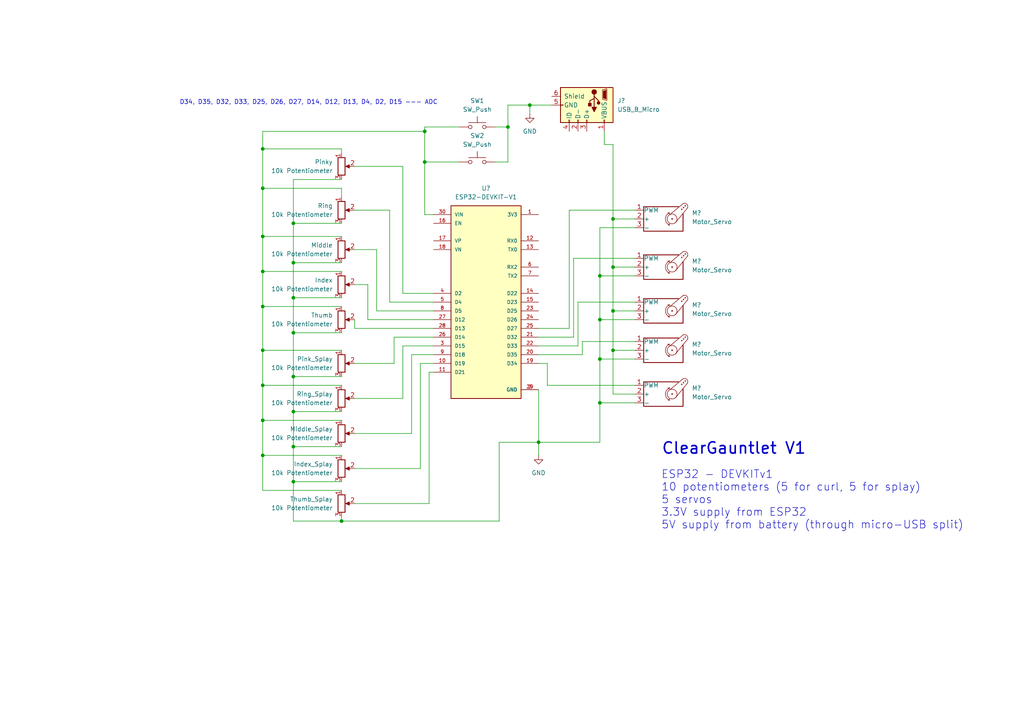
<source format=kicad_sch>
(kicad_sch (version 20211123) (generator eeschema)

  (uuid 6d3be174-7424-40c7-bfbd-f1ef96315a3a)

  (paper "A4")

  (lib_symbols
    (symbol "Connector:USB_B_Micro" (pin_names (offset 1.016)) (in_bom yes) (on_board yes)
      (property "Reference" "J" (id 0) (at -5.08 11.43 0)
        (effects (font (size 1.27 1.27)) (justify left))
      )
      (property "Value" "USB_B_Micro" (id 1) (at -5.08 8.89 0)
        (effects (font (size 1.27 1.27)) (justify left))
      )
      (property "Footprint" "" (id 2) (at 3.81 -1.27 0)
        (effects (font (size 1.27 1.27)) hide)
      )
      (property "Datasheet" "~" (id 3) (at 3.81 -1.27 0)
        (effects (font (size 1.27 1.27)) hide)
      )
      (property "ki_keywords" "connector USB micro" (id 4) (at 0 0 0)
        (effects (font (size 1.27 1.27)) hide)
      )
      (property "ki_description" "USB Micro Type B connector" (id 5) (at 0 0 0)
        (effects (font (size 1.27 1.27)) hide)
      )
      (property "ki_fp_filters" "USB*" (id 6) (at 0 0 0)
        (effects (font (size 1.27 1.27)) hide)
      )
      (symbol "USB_B_Micro_0_1"
        (rectangle (start -5.08 -7.62) (end 5.08 7.62)
          (stroke (width 0.254) (type default) (color 0 0 0 0))
          (fill (type background))
        )
        (circle (center -3.81 2.159) (radius 0.635)
          (stroke (width 0.254) (type default) (color 0 0 0 0))
          (fill (type outline))
        )
        (circle (center -0.635 3.429) (radius 0.381)
          (stroke (width 0.254) (type default) (color 0 0 0 0))
          (fill (type outline))
        )
        (rectangle (start -0.127 -7.62) (end 0.127 -6.858)
          (stroke (width 0) (type default) (color 0 0 0 0))
          (fill (type none))
        )
        (polyline
          (pts
            (xy -1.905 2.159)
            (xy 0.635 2.159)
          )
          (stroke (width 0.254) (type default) (color 0 0 0 0))
          (fill (type none))
        )
        (polyline
          (pts
            (xy -3.175 2.159)
            (xy -2.54 2.159)
            (xy -1.27 3.429)
            (xy -0.635 3.429)
          )
          (stroke (width 0.254) (type default) (color 0 0 0 0))
          (fill (type none))
        )
        (polyline
          (pts
            (xy -2.54 2.159)
            (xy -1.905 2.159)
            (xy -1.27 0.889)
            (xy 0 0.889)
          )
          (stroke (width 0.254) (type default) (color 0 0 0 0))
          (fill (type none))
        )
        (polyline
          (pts
            (xy 0.635 2.794)
            (xy 0.635 1.524)
            (xy 1.905 2.159)
            (xy 0.635 2.794)
          )
          (stroke (width 0.254) (type default) (color 0 0 0 0))
          (fill (type outline))
        )
        (polyline
          (pts
            (xy -4.318 5.588)
            (xy -1.778 5.588)
            (xy -2.032 4.826)
            (xy -4.064 4.826)
            (xy -4.318 5.588)
          )
          (stroke (width 0) (type default) (color 0 0 0 0))
          (fill (type outline))
        )
        (polyline
          (pts
            (xy -4.699 5.842)
            (xy -4.699 5.588)
            (xy -4.445 4.826)
            (xy -4.445 4.572)
            (xy -1.651 4.572)
            (xy -1.651 4.826)
            (xy -1.397 5.588)
            (xy -1.397 5.842)
            (xy -4.699 5.842)
          )
          (stroke (width 0) (type default) (color 0 0 0 0))
          (fill (type none))
        )
        (rectangle (start 0.254 1.27) (end -0.508 0.508)
          (stroke (width 0.254) (type default) (color 0 0 0 0))
          (fill (type outline))
        )
        (rectangle (start 5.08 -5.207) (end 4.318 -4.953)
          (stroke (width 0) (type default) (color 0 0 0 0))
          (fill (type none))
        )
        (rectangle (start 5.08 -2.667) (end 4.318 -2.413)
          (stroke (width 0) (type default) (color 0 0 0 0))
          (fill (type none))
        )
        (rectangle (start 5.08 -0.127) (end 4.318 0.127)
          (stroke (width 0) (type default) (color 0 0 0 0))
          (fill (type none))
        )
        (rectangle (start 5.08 4.953) (end 4.318 5.207)
          (stroke (width 0) (type default) (color 0 0 0 0))
          (fill (type none))
        )
      )
      (symbol "USB_B_Micro_1_1"
        (pin power_out line (at 7.62 5.08 180) (length 2.54)
          (name "VBUS" (effects (font (size 1.27 1.27))))
          (number "1" (effects (font (size 1.27 1.27))))
        )
        (pin bidirectional line (at 7.62 -2.54 180) (length 2.54)
          (name "D-" (effects (font (size 1.27 1.27))))
          (number "2" (effects (font (size 1.27 1.27))))
        )
        (pin bidirectional line (at 7.62 0 180) (length 2.54)
          (name "D+" (effects (font (size 1.27 1.27))))
          (number "3" (effects (font (size 1.27 1.27))))
        )
        (pin passive line (at 7.62 -5.08 180) (length 2.54)
          (name "ID" (effects (font (size 1.27 1.27))))
          (number "4" (effects (font (size 1.27 1.27))))
        )
        (pin power_out line (at 0 -10.16 90) (length 2.54)
          (name "GND" (effects (font (size 1.27 1.27))))
          (number "5" (effects (font (size 1.27 1.27))))
        )
        (pin passive line (at -2.54 -10.16 90) (length 2.54)
          (name "Shield" (effects (font (size 1.27 1.27))))
          (number "6" (effects (font (size 1.27 1.27))))
        )
      )
    )
    (symbol "Device:R_Potentiometer" (pin_names (offset 1.016) hide) (in_bom yes) (on_board yes)
      (property "Reference" "RV" (id 0) (at -4.445 0 90)
        (effects (font (size 1.27 1.27)))
      )
      (property "Value" "R_Potentiometer" (id 1) (at -2.54 0 90)
        (effects (font (size 1.27 1.27)))
      )
      (property "Footprint" "" (id 2) (at 0 0 0)
        (effects (font (size 1.27 1.27)) hide)
      )
      (property "Datasheet" "~" (id 3) (at 0 0 0)
        (effects (font (size 1.27 1.27)) hide)
      )
      (property "ki_keywords" "resistor variable" (id 4) (at 0 0 0)
        (effects (font (size 1.27 1.27)) hide)
      )
      (property "ki_description" "Potentiometer" (id 5) (at 0 0 0)
        (effects (font (size 1.27 1.27)) hide)
      )
      (property "ki_fp_filters" "Potentiometer*" (id 6) (at 0 0 0)
        (effects (font (size 1.27 1.27)) hide)
      )
      (symbol "R_Potentiometer_0_1"
        (polyline
          (pts
            (xy 2.54 0)
            (xy 1.524 0)
          )
          (stroke (width 0) (type default) (color 0 0 0 0))
          (fill (type none))
        )
        (polyline
          (pts
            (xy 1.143 0)
            (xy 2.286 0.508)
            (xy 2.286 -0.508)
            (xy 1.143 0)
          )
          (stroke (width 0) (type default) (color 0 0 0 0))
          (fill (type outline))
        )
        (rectangle (start 1.016 2.54) (end -1.016 -2.54)
          (stroke (width 0.254) (type default) (color 0 0 0 0))
          (fill (type none))
        )
      )
      (symbol "R_Potentiometer_1_1"
        (pin passive line (at 0 3.81 270) (length 1.27)
          (name "1" (effects (font (size 1.27 1.27))))
          (number "1" (effects (font (size 1.27 1.27))))
        )
        (pin passive line (at 3.81 0 180) (length 1.27)
          (name "2" (effects (font (size 1.27 1.27))))
          (number "2" (effects (font (size 1.27 1.27))))
        )
        (pin passive line (at 0 -3.81 90) (length 1.27)
          (name "3" (effects (font (size 1.27 1.27))))
          (number "3" (effects (font (size 1.27 1.27))))
        )
      )
    )
    (symbol "ESP32-DEVKIT-V1:ESP32-DEVKIT-V1" (pin_names (offset 1.016)) (in_bom yes) (on_board yes)
      (property "Reference" "U" (id 0) (at -10.16 30.48 0)
        (effects (font (size 1.27 1.27)) (justify left bottom))
      )
      (property "Value" "ESP32-DEVKIT-V1" (id 1) (at -10.16 -30.48 0)
        (effects (font (size 1.27 1.27)) (justify left bottom))
      )
      (property "Footprint" "MODULE_ESP32_DEVKIT_V1" (id 2) (at 0 0 0)
        (effects (font (size 1.27 1.27)) (justify left bottom) hide)
      )
      (property "Datasheet" "" (id 3) (at 0 0 0)
        (effects (font (size 1.27 1.27)) (justify left bottom) hide)
      )
      (property "PARTREV" "N/A" (id 4) (at 0 0 0)
        (effects (font (size 1.27 1.27)) (justify left bottom) hide)
      )
      (property "MAXIMUM_PACKAGE_HEIGHT" "6.8 mm" (id 5) (at 0 0 0)
        (effects (font (size 1.27 1.27)) (justify left bottom) hide)
      )
      (property "STANDARD" "Manufacturer Recommendations" (id 6) (at 0 0 0)
        (effects (font (size 1.27 1.27)) (justify left bottom) hide)
      )
      (property "MANUFACTURER" "DOIT" (id 7) (at 0 0 0)
        (effects (font (size 1.27 1.27)) (justify left bottom) hide)
      )
      (property "ki_locked" "" (id 8) (at 0 0 0)
        (effects (font (size 1.27 1.27)))
      )
      (symbol "ESP32-DEVKIT-V1_0_0"
        (rectangle (start -10.16 -27.94) (end 10.16 27.94)
          (stroke (width 0.254) (type default) (color 0 0 0 0))
          (fill (type background))
        )
        (pin output line (at 15.24 25.4 180) (length 5.08)
          (name "3V3" (effects (font (size 1.016 1.016))))
          (number "1" (effects (font (size 1.016 1.016))))
        )
        (pin bidirectional line (at -15.24 -17.78 0) (length 5.08)
          (name "D19" (effects (font (size 1.016 1.016))))
          (number "10" (effects (font (size 1.016 1.016))))
        )
        (pin bidirectional line (at -15.24 -20.32 0) (length 5.08)
          (name "D21" (effects (font (size 1.016 1.016))))
          (number "11" (effects (font (size 1.016 1.016))))
        )
        (pin input line (at 15.24 17.78 180) (length 5.08)
          (name "RX0" (effects (font (size 1.016 1.016))))
          (number "12" (effects (font (size 1.016 1.016))))
        )
        (pin output line (at 15.24 15.24 180) (length 5.08)
          (name "TX0" (effects (font (size 1.016 1.016))))
          (number "13" (effects (font (size 1.016 1.016))))
        )
        (pin bidirectional line (at 15.24 2.54 180) (length 5.08)
          (name "D22" (effects (font (size 1.016 1.016))))
          (number "14" (effects (font (size 1.016 1.016))))
        )
        (pin bidirectional line (at 15.24 0 180) (length 5.08)
          (name "D23" (effects (font (size 1.016 1.016))))
          (number "15" (effects (font (size 1.016 1.016))))
        )
        (pin input line (at -15.24 22.86 0) (length 5.08)
          (name "EN" (effects (font (size 1.016 1.016))))
          (number "16" (effects (font (size 1.016 1.016))))
        )
        (pin bidirectional line (at -15.24 17.78 0) (length 5.08)
          (name "VP" (effects (font (size 1.016 1.016))))
          (number "17" (effects (font (size 1.016 1.016))))
        )
        (pin bidirectional line (at -15.24 15.24 0) (length 5.08)
          (name "VN" (effects (font (size 1.016 1.016))))
          (number "18" (effects (font (size 1.016 1.016))))
        )
        (pin bidirectional line (at 15.24 -17.78 180) (length 5.08)
          (name "D34" (effects (font (size 1.016 1.016))))
          (number "19" (effects (font (size 1.016 1.016))))
        )
        (pin power_in line (at 15.24 -25.4 180) (length 5.08)
          (name "GND" (effects (font (size 1.016 1.016))))
          (number "2" (effects (font (size 1.016 1.016))))
        )
        (pin bidirectional line (at 15.24 -15.24 180) (length 5.08)
          (name "D35" (effects (font (size 1.016 1.016))))
          (number "20" (effects (font (size 1.016 1.016))))
        )
        (pin bidirectional line (at 15.24 -10.16 180) (length 5.08)
          (name "D32" (effects (font (size 1.016 1.016))))
          (number "21" (effects (font (size 1.016 1.016))))
        )
        (pin bidirectional line (at 15.24 -12.7 180) (length 5.08)
          (name "D33" (effects (font (size 1.016 1.016))))
          (number "22" (effects (font (size 1.016 1.016))))
        )
        (pin bidirectional line (at 15.24 -2.54 180) (length 5.08)
          (name "D25" (effects (font (size 1.016 1.016))))
          (number "23" (effects (font (size 1.016 1.016))))
        )
        (pin bidirectional line (at 15.24 -5.08 180) (length 5.08)
          (name "D26" (effects (font (size 1.016 1.016))))
          (number "24" (effects (font (size 1.016 1.016))))
        )
        (pin bidirectional line (at 15.24 -7.62 180) (length 5.08)
          (name "D27" (effects (font (size 1.016 1.016))))
          (number "25" (effects (font (size 1.016 1.016))))
        )
        (pin bidirectional line (at -15.24 -10.16 0) (length 5.08)
          (name "D14" (effects (font (size 1.016 1.016))))
          (number "26" (effects (font (size 1.016 1.016))))
        )
        (pin bidirectional line (at -15.24 -5.08 0) (length 5.08)
          (name "D12" (effects (font (size 1.016 1.016))))
          (number "27" (effects (font (size 1.016 1.016))))
        )
        (pin bidirectional line (at -15.24 -7.62 0) (length 5.08)
          (name "D13" (effects (font (size 1.016 1.016))))
          (number "28" (effects (font (size 1.016 1.016))))
        )
        (pin power_in line (at 15.24 -25.4 180) (length 5.08)
          (name "GND" (effects (font (size 1.016 1.016))))
          (number "29" (effects (font (size 1.016 1.016))))
        )
        (pin bidirectional line (at -15.24 -12.7 0) (length 5.08)
          (name "D15" (effects (font (size 1.016 1.016))))
          (number "3" (effects (font (size 1.016 1.016))))
        )
        (pin input line (at -15.24 25.4 0) (length 5.08)
          (name "VIN" (effects (font (size 1.016 1.016))))
          (number "30" (effects (font (size 1.016 1.016))))
        )
        (pin bidirectional line (at -15.24 2.54 0) (length 5.08)
          (name "D2" (effects (font (size 1.016 1.016))))
          (number "4" (effects (font (size 1.016 1.016))))
        )
        (pin bidirectional line (at -15.24 0 0) (length 5.08)
          (name "D4" (effects (font (size 1.016 1.016))))
          (number "5" (effects (font (size 1.016 1.016))))
        )
        (pin input line (at 15.24 10.16 180) (length 5.08)
          (name "RX2" (effects (font (size 1.016 1.016))))
          (number "6" (effects (font (size 1.016 1.016))))
        )
        (pin output line (at 15.24 7.62 180) (length 5.08)
          (name "TX2" (effects (font (size 1.016 1.016))))
          (number "7" (effects (font (size 1.016 1.016))))
        )
        (pin bidirectional line (at -15.24 -2.54 0) (length 5.08)
          (name "D5" (effects (font (size 1.016 1.016))))
          (number "8" (effects (font (size 1.016 1.016))))
        )
        (pin bidirectional line (at -15.24 -15.24 0) (length 5.08)
          (name "D18" (effects (font (size 1.016 1.016))))
          (number "9" (effects (font (size 1.016 1.016))))
        )
      )
    )
    (symbol "Motor:Motor_Servo" (pin_names (offset 0.0254)) (in_bom yes) (on_board yes)
      (property "Reference" "M" (id 0) (at -5.08 4.445 0)
        (effects (font (size 1.27 1.27)) (justify left))
      )
      (property "Value" "Motor_Servo" (id 1) (at -5.08 -4.064 0)
        (effects (font (size 1.27 1.27)) (justify left top))
      )
      (property "Footprint" "" (id 2) (at 0 -4.826 0)
        (effects (font (size 1.27 1.27)) hide)
      )
      (property "Datasheet" "http://forums.parallax.com/uploads/attachments/46831/74481.png" (id 3) (at 0 -4.826 0)
        (effects (font (size 1.27 1.27)) hide)
      )
      (property "ki_keywords" "Servo Motor" (id 4) (at 0 0 0)
        (effects (font (size 1.27 1.27)) hide)
      )
      (property "ki_description" "Servo Motor (Futaba, HiTec, JR connector)" (id 5) (at 0 0 0)
        (effects (font (size 1.27 1.27)) hide)
      )
      (property "ki_fp_filters" "PinHeader*P2.54mm*" (id 6) (at 0 0 0)
        (effects (font (size 1.27 1.27)) hide)
      )
      (symbol "Motor_Servo_0_1"
        (polyline
          (pts
            (xy 2.413 -1.778)
            (xy 2.032 -1.778)
          )
          (stroke (width 0) (type default) (color 0 0 0 0))
          (fill (type none))
        )
        (polyline
          (pts
            (xy 2.413 -1.778)
            (xy 2.286 -1.397)
          )
          (stroke (width 0) (type default) (color 0 0 0 0))
          (fill (type none))
        )
        (polyline
          (pts
            (xy 2.413 1.778)
            (xy 1.905 1.778)
          )
          (stroke (width 0) (type default) (color 0 0 0 0))
          (fill (type none))
        )
        (polyline
          (pts
            (xy 2.413 1.778)
            (xy 2.286 1.397)
          )
          (stroke (width 0) (type default) (color 0 0 0 0))
          (fill (type none))
        )
        (polyline
          (pts
            (xy 6.35 4.445)
            (xy 2.54 1.27)
          )
          (stroke (width 0) (type default) (color 0 0 0 0))
          (fill (type none))
        )
        (polyline
          (pts
            (xy 7.62 3.175)
            (xy 4.191 -1.016)
          )
          (stroke (width 0) (type default) (color 0 0 0 0))
          (fill (type none))
        )
        (polyline
          (pts
            (xy 5.08 3.556)
            (xy -5.08 3.556)
            (xy -5.08 -3.556)
            (xy 6.35 -3.556)
            (xy 6.35 1.524)
          )
          (stroke (width 0.254) (type default) (color 0 0 0 0))
          (fill (type none))
        )
        (arc (start 2.413 1.778) (mid 1.2406 0) (end 2.413 -1.778)
          (stroke (width 0) (type default) (color 0 0 0 0))
          (fill (type none))
        )
        (circle (center 3.175 0) (radius 0.1778)
          (stroke (width 0) (type default) (color 0 0 0 0))
          (fill (type none))
        )
        (circle (center 3.175 0) (radius 1.4224)
          (stroke (width 0) (type default) (color 0 0 0 0))
          (fill (type none))
        )
        (circle (center 5.969 2.794) (radius 0.127)
          (stroke (width 0) (type default) (color 0 0 0 0))
          (fill (type none))
        )
        (circle (center 6.477 3.302) (radius 0.127)
          (stroke (width 0) (type default) (color 0 0 0 0))
          (fill (type none))
        )
        (circle (center 6.985 3.81) (radius 0.127)
          (stroke (width 0) (type default) (color 0 0 0 0))
          (fill (type none))
        )
        (arc (start 7.62 3.175) (mid 7.4485 4.2735) (end 6.35 4.445)
          (stroke (width 0) (type default) (color 0 0 0 0))
          (fill (type none))
        )
      )
      (symbol "Motor_Servo_1_1"
        (pin passive line (at -7.62 2.54 0) (length 2.54)
          (name "PWM" (effects (font (size 1.27 1.27))))
          (number "1" (effects (font (size 1.27 1.27))))
        )
        (pin passive line (at -7.62 0 0) (length 2.54)
          (name "+" (effects (font (size 1.27 1.27))))
          (number "2" (effects (font (size 1.27 1.27))))
        )
        (pin passive line (at -7.62 -2.54 0) (length 2.54)
          (name "-" (effects (font (size 1.27 1.27))))
          (number "3" (effects (font (size 1.27 1.27))))
        )
      )
    )
    (symbol "Switch:SW_Push" (pin_numbers hide) (pin_names (offset 1.016) hide) (in_bom yes) (on_board yes)
      (property "Reference" "SW" (id 0) (at 1.27 2.54 0)
        (effects (font (size 1.27 1.27)) (justify left))
      )
      (property "Value" "SW_Push" (id 1) (at 0 -1.524 0)
        (effects (font (size 1.27 1.27)))
      )
      (property "Footprint" "" (id 2) (at 0 5.08 0)
        (effects (font (size 1.27 1.27)) hide)
      )
      (property "Datasheet" "~" (id 3) (at 0 5.08 0)
        (effects (font (size 1.27 1.27)) hide)
      )
      (property "ki_keywords" "switch normally-open pushbutton push-button" (id 4) (at 0 0 0)
        (effects (font (size 1.27 1.27)) hide)
      )
      (property "ki_description" "Push button switch, generic, two pins" (id 5) (at 0 0 0)
        (effects (font (size 1.27 1.27)) hide)
      )
      (symbol "SW_Push_0_1"
        (circle (center -2.032 0) (radius 0.508)
          (stroke (width 0) (type default) (color 0 0 0 0))
          (fill (type none))
        )
        (polyline
          (pts
            (xy 0 1.27)
            (xy 0 3.048)
          )
          (stroke (width 0) (type default) (color 0 0 0 0))
          (fill (type none))
        )
        (polyline
          (pts
            (xy 2.54 1.27)
            (xy -2.54 1.27)
          )
          (stroke (width 0) (type default) (color 0 0 0 0))
          (fill (type none))
        )
        (circle (center 2.032 0) (radius 0.508)
          (stroke (width 0) (type default) (color 0 0 0 0))
          (fill (type none))
        )
        (pin passive line (at -5.08 0 0) (length 2.54)
          (name "1" (effects (font (size 1.27 1.27))))
          (number "1" (effects (font (size 1.27 1.27))))
        )
        (pin passive line (at 5.08 0 180) (length 2.54)
          (name "2" (effects (font (size 1.27 1.27))))
          (number "2" (effects (font (size 1.27 1.27))))
        )
      )
    )
    (symbol "power:GND" (power) (pin_names (offset 0)) (in_bom yes) (on_board yes)
      (property "Reference" "#PWR" (id 0) (at 0 -6.35 0)
        (effects (font (size 1.27 1.27)) hide)
      )
      (property "Value" "GND" (id 1) (at 0 -3.81 0)
        (effects (font (size 1.27 1.27)))
      )
      (property "Footprint" "" (id 2) (at 0 0 0)
        (effects (font (size 1.27 1.27)) hide)
      )
      (property "Datasheet" "" (id 3) (at 0 0 0)
        (effects (font (size 1.27 1.27)) hide)
      )
      (property "ki_keywords" "power-flag" (id 4) (at 0 0 0)
        (effects (font (size 1.27 1.27)) hide)
      )
      (property "ki_description" "Power symbol creates a global label with name \"GND\" , ground" (id 5) (at 0 0 0)
        (effects (font (size 1.27 1.27)) hide)
      )
      (symbol "GND_0_1"
        (polyline
          (pts
            (xy 0 0)
            (xy 0 -1.27)
            (xy 1.27 -1.27)
            (xy 0 -2.54)
            (xy -1.27 -1.27)
            (xy 0 -1.27)
          )
          (stroke (width 0) (type default) (color 0 0 0 0))
          (fill (type none))
        )
      )
      (symbol "GND_1_1"
        (pin power_in line (at 0 0 270) (length 0) hide
          (name "GND" (effects (font (size 1.27 1.27))))
          (number "1" (effects (font (size 1.27 1.27))))
        )
      )
    )
  )

  (junction (at 173.99 116.84) (diameter 0) (color 0 0 0 0)
    (uuid 00753cbc-f134-4a1a-a0f5-09a6bb4aaa28)
  )
  (junction (at 177.8 77.47) (diameter 0) (color 0 0 0 0)
    (uuid 0a58dea0-a263-41ff-84fa-c18092bd5929)
  )
  (junction (at 76.2 101.6) (diameter 0) (color 0 0 0 0)
    (uuid 0bf960e9-7289-473a-b8f2-7d96fb2cfe27)
  )
  (junction (at 76.2 121.92) (diameter 0) (color 0 0 0 0)
    (uuid 1508143f-7f0f-4254-ab31-3129e91f6c25)
  )
  (junction (at 76.2 54.61) (diameter 0) (color 0 0 0 0)
    (uuid 18e9a75a-62d7-405e-8294-bf368899fd63)
  )
  (junction (at 85.09 76.2) (diameter 0) (color 0 0 0 0)
    (uuid 1ab68df2-b3cc-44b2-b572-4a4ee47978ae)
  )
  (junction (at 76.2 88.9) (diameter 0) (color 0 0 0 0)
    (uuid 278b768b-5fbf-4157-aec1-71c4ed54e5c6)
  )
  (junction (at 99.06 151.13) (diameter 0) (color 0 0 0 0)
    (uuid 3f50c3d6-71ce-4e5c-807e-91412de976b7)
  )
  (junction (at 177.8 63.5) (diameter 0) (color 0 0 0 0)
    (uuid 3fea7d1b-c569-46c5-b3c3-0921d1b25c8d)
  )
  (junction (at 76.2 43.18) (diameter 0) (color 0 0 0 0)
    (uuid 4240760b-4bcf-4bf0-8290-710ff0c8e0d7)
  )
  (junction (at 147.32 36.83) (diameter 0) (color 0 0 0 0)
    (uuid 4734be75-ff54-4178-bfb0-d4853c6fdc76)
  )
  (junction (at 76.2 132.08) (diameter 0) (color 0 0 0 0)
    (uuid 4f03e349-61af-4bfa-8732-76b3e3c4cc7e)
  )
  (junction (at 85.09 64.77) (diameter 0) (color 0 0 0 0)
    (uuid 574fcd62-8ee4-4406-8012-304fde8c3305)
  )
  (junction (at 76.2 78.74) (diameter 0) (color 0 0 0 0)
    (uuid 6139b1b6-4d7e-4087-883a-86b682574bec)
  )
  (junction (at 85.09 86.36) (diameter 0) (color 0 0 0 0)
    (uuid 663ceff0-1e4c-42e7-b249-697790d02a5e)
  )
  (junction (at 85.09 96.52) (diameter 0) (color 0 0 0 0)
    (uuid 73041e46-6e38-4c82-8c56-13b73135bc44)
  )
  (junction (at 85.09 119.38) (diameter 0) (color 0 0 0 0)
    (uuid 775aef1e-98af-46ec-a4de-b5fe4fd3c5fe)
  )
  (junction (at 85.09 139.7) (diameter 0) (color 0 0 0 0)
    (uuid 80470459-64af-4010-8309-0e3ee4b8a17e)
  )
  (junction (at 177.8 101.6) (diameter 0) (color 0 0 0 0)
    (uuid 84d0f17f-e763-476e-a89f-c1de4f225b6f)
  )
  (junction (at 173.99 92.71) (diameter 0) (color 0 0 0 0)
    (uuid 84e6c98a-af15-4362-8f48-37e64ebc6416)
  )
  (junction (at 123.19 46.99) (diameter 0) (color 0 0 0 0)
    (uuid 8bd1b279-bd51-44f0-86fa-5a0c9a4811ee)
  )
  (junction (at 123.19 38.1) (diameter 0) (color 0 0 0 0)
    (uuid b7c52ba3-c7e2-4d25-8ab1-424b3e7b1898)
  )
  (junction (at 76.2 111.76) (diameter 0) (color 0 0 0 0)
    (uuid b9bc629e-67ea-4efc-92c3-2fd6a366271e)
  )
  (junction (at 85.09 109.22) (diameter 0) (color 0 0 0 0)
    (uuid c43fce80-5f79-4530-af2c-7254f094983c)
  )
  (junction (at 156.21 128.27) (diameter 0) (color 0 0 0 0)
    (uuid ca793001-0e8d-4520-9658-72a3fa41cdeb)
  )
  (junction (at 85.09 129.54) (diameter 0) (color 0 0 0 0)
    (uuid cc85e66b-d9fc-4744-91b2-f26561e2905b)
  )
  (junction (at 177.8 90.17) (diameter 0) (color 0 0 0 0)
    (uuid d0b69f52-540c-4b86-ba72-4c7c7f0c1c5c)
  )
  (junction (at 173.99 104.14) (diameter 0) (color 0 0 0 0)
    (uuid d126b066-460f-4f20-9b52-72a5647c831f)
  )
  (junction (at 153.67 30.48) (diameter 0) (color 0 0 0 0)
    (uuid d5c621ce-d6fe-4dc9-a033-9cd428aba787)
  )
  (junction (at 76.2 68.58) (diameter 0) (color 0 0 0 0)
    (uuid e03c9670-f2a5-430f-8a03-75ef625aef85)
  )
  (junction (at 173.99 80.01) (diameter 0) (color 0 0 0 0)
    (uuid f5fdce09-77a3-48d0-a28c-f86cfb08a396)
  )

  (wire (pts (xy 116.84 100.33) (xy 116.84 115.57))
    (stroke (width 0) (type default) (color 0 0 0 0))
    (uuid 00ef8615-f06b-4112-a0e6-3d2340b23511)
  )
  (wire (pts (xy 184.15 111.76) (xy 158.75 111.76))
    (stroke (width 0) (type default) (color 0 0 0 0))
    (uuid 031fb8c5-15cd-4a65-b367-ecf89178e9f9)
  )
  (wire (pts (xy 76.2 38.1) (xy 123.19 38.1))
    (stroke (width 0) (type default) (color 0 0 0 0))
    (uuid 04174fae-ee2b-4eaa-ae5e-1039a04fc02a)
  )
  (wire (pts (xy 85.09 86.36) (xy 99.06 86.36))
    (stroke (width 0) (type default) (color 0 0 0 0))
    (uuid 079a9ac5-8089-493c-aeb8-f895c8b65170)
  )
  (wire (pts (xy 76.2 142.24) (xy 99.06 142.24))
    (stroke (width 0) (type default) (color 0 0 0 0))
    (uuid 080dabbd-d2e6-4ee4-a6cf-d45b9ffc5e08)
  )
  (wire (pts (xy 76.2 121.92) (xy 99.06 121.92))
    (stroke (width 0) (type default) (color 0 0 0 0))
    (uuid 082256cf-79a5-45df-9112-ac76799b2506)
  )
  (wire (pts (xy 116.84 85.09) (xy 125.73 85.09))
    (stroke (width 0) (type default) (color 0 0 0 0))
    (uuid 0adea1a5-0daa-4a97-b8eb-60dfb9dee78f)
  )
  (wire (pts (xy 147.32 36.83) (xy 147.32 30.48))
    (stroke (width 0) (type default) (color 0 0 0 0))
    (uuid 0cceab9c-89d5-469e-b5d9-60ed70336291)
  )
  (wire (pts (xy 158.75 105.41) (xy 156.21 105.41))
    (stroke (width 0) (type default) (color 0 0 0 0))
    (uuid 0e4aba9e-61e9-4773-a1d5-21859d1b6e05)
  )
  (wire (pts (xy 102.87 48.26) (xy 116.84 48.26))
    (stroke (width 0) (type default) (color 0 0 0 0))
    (uuid 0f78ed9b-05d0-4183-837c-ae4287b0b3b3)
  )
  (wire (pts (xy 173.99 116.84) (xy 173.99 128.27))
    (stroke (width 0) (type default) (color 0 0 0 0))
    (uuid 1247076b-c62c-4e8a-96a4-cdb57c721faa)
  )
  (wire (pts (xy 119.38 102.87) (xy 119.38 125.73))
    (stroke (width 0) (type default) (color 0 0 0 0))
    (uuid 12a02781-0e10-4775-b814-29ad632e6e90)
  )
  (wire (pts (xy 85.09 109.22) (xy 99.06 109.22))
    (stroke (width 0) (type default) (color 0 0 0 0))
    (uuid 1b07f0de-91d5-447f-a9df-a24db45d9c67)
  )
  (wire (pts (xy 85.09 139.7) (xy 85.09 151.13))
    (stroke (width 0) (type default) (color 0 0 0 0))
    (uuid 1b59f145-3a02-4b17-91de-136bd37bcb0f)
  )
  (wire (pts (xy 116.84 115.57) (xy 102.87 115.57))
    (stroke (width 0) (type default) (color 0 0 0 0))
    (uuid 1c89231d-955b-4e57-807b-7a9a52e80f8d)
  )
  (wire (pts (xy 184.15 74.93) (xy 166.37 74.93))
    (stroke (width 0) (type default) (color 0 0 0 0))
    (uuid 1df3fe97-a192-4e20-8793-3a8c601c7069)
  )
  (wire (pts (xy 85.09 52.07) (xy 99.06 52.07))
    (stroke (width 0) (type default) (color 0 0 0 0))
    (uuid 1fcb3c18-a01d-4888-a771-8c5941925cec)
  )
  (wire (pts (xy 147.32 36.83) (xy 147.32 46.99))
    (stroke (width 0) (type default) (color 0 0 0 0))
    (uuid 24cd5075-895c-4fad-a1b2-7183bc802087)
  )
  (wire (pts (xy 76.2 78.74) (xy 99.06 78.74))
    (stroke (width 0) (type default) (color 0 0 0 0))
    (uuid 24e2f652-c246-40b2-8570-40b3738b48b1)
  )
  (wire (pts (xy 102.87 92.71) (xy 102.87 95.25))
    (stroke (width 0) (type default) (color 0 0 0 0))
    (uuid 266d0d0f-39bf-4be7-a8f0-d868cac6db7c)
  )
  (wire (pts (xy 106.68 92.71) (xy 125.73 92.71))
    (stroke (width 0) (type default) (color 0 0 0 0))
    (uuid 26e86eb3-b71e-48ec-a405-c07cff3aa93a)
  )
  (wire (pts (xy 85.09 139.7) (xy 99.06 139.7))
    (stroke (width 0) (type default) (color 0 0 0 0))
    (uuid 28f68816-1e07-4186-86c5-de9f64a31090)
  )
  (wire (pts (xy 123.19 38.1) (xy 123.19 46.99))
    (stroke (width 0) (type default) (color 0 0 0 0))
    (uuid 2a9d41a9-dfae-47e6-8b84-38f13846117d)
  )
  (wire (pts (xy 85.09 76.2) (xy 85.09 86.36))
    (stroke (width 0) (type default) (color 0 0 0 0))
    (uuid 2f232642-f070-4a5c-a01a-dcffd8720bd2)
  )
  (wire (pts (xy 184.15 80.01) (xy 173.99 80.01))
    (stroke (width 0) (type default) (color 0 0 0 0))
    (uuid 30dd16fa-cfbd-4437-80b7-907bd86654eb)
  )
  (wire (pts (xy 166.37 74.93) (xy 166.37 97.79))
    (stroke (width 0) (type default) (color 0 0 0 0))
    (uuid 31def1a8-2488-4b04-b5ee-abb587531c5a)
  )
  (wire (pts (xy 165.1 60.96) (xy 165.1 95.25))
    (stroke (width 0) (type default) (color 0 0 0 0))
    (uuid 36d47850-371b-4980-ae4f-eb691ce5e3d8)
  )
  (wire (pts (xy 184.15 60.96) (xy 165.1 60.96))
    (stroke (width 0) (type default) (color 0 0 0 0))
    (uuid 377adab7-1157-418b-92dc-e5151836c9d3)
  )
  (wire (pts (xy 85.09 64.77) (xy 99.06 64.77))
    (stroke (width 0) (type default) (color 0 0 0 0))
    (uuid 37a07544-5981-4b34-93be-c0f2ea5a7511)
  )
  (wire (pts (xy 121.92 105.41) (xy 121.92 135.89))
    (stroke (width 0) (type default) (color 0 0 0 0))
    (uuid 38caedf0-8aed-44eb-8f49-bf8bfe59120f)
  )
  (wire (pts (xy 76.2 38.1) (xy 76.2 43.18))
    (stroke (width 0) (type default) (color 0 0 0 0))
    (uuid 3aee1888-6f11-4c5b-9cea-08a8439f3697)
  )
  (wire (pts (xy 173.99 92.71) (xy 173.99 104.14))
    (stroke (width 0) (type default) (color 0 0 0 0))
    (uuid 42625498-d3b7-48c5-88a9-992eccaee620)
  )
  (wire (pts (xy 99.06 57.15) (xy 99.06 54.61))
    (stroke (width 0) (type default) (color 0 0 0 0))
    (uuid 43c107be-d512-4434-92d8-905ec4543de7)
  )
  (wire (pts (xy 175.26 38.1) (xy 175.26 41.91))
    (stroke (width 0) (type default) (color 0 0 0 0))
    (uuid 46905d20-7a14-4f73-8cef-bf483f1ed071)
  )
  (wire (pts (xy 106.68 82.55) (xy 106.68 92.71))
    (stroke (width 0) (type default) (color 0 0 0 0))
    (uuid 46e6ca1d-4953-4e79-aedc-534bbb0e1830)
  )
  (wire (pts (xy 168.91 99.06) (xy 168.91 102.87))
    (stroke (width 0) (type default) (color 0 0 0 0))
    (uuid 48510232-0c0b-405e-80f0-d41d7a8a482b)
  )
  (wire (pts (xy 85.09 96.52) (xy 85.09 109.22))
    (stroke (width 0) (type default) (color 0 0 0 0))
    (uuid 4b587af7-a24b-41b4-acfe-f710245bc9c7)
  )
  (wire (pts (xy 173.99 104.14) (xy 184.15 104.14))
    (stroke (width 0) (type default) (color 0 0 0 0))
    (uuid 4ba680cd-83de-4711-903d-23249884280c)
  )
  (wire (pts (xy 99.06 88.9) (xy 76.2 88.9))
    (stroke (width 0) (type default) (color 0 0 0 0))
    (uuid 4e205542-fbd6-4419-8c13-fa45fe2df90e)
  )
  (wire (pts (xy 119.38 102.87) (xy 125.73 102.87))
    (stroke (width 0) (type default) (color 0 0 0 0))
    (uuid 4e7713c0-1b54-45e3-9244-b9444cb72068)
  )
  (wire (pts (xy 123.19 46.99) (xy 123.19 62.23))
    (stroke (width 0) (type default) (color 0 0 0 0))
    (uuid 4e7f7c8a-75e5-442f-8dc1-0b4f53bb60ea)
  )
  (wire (pts (xy 144.78 151.13) (xy 144.78 128.27))
    (stroke (width 0) (type default) (color 0 0 0 0))
    (uuid 50b92715-26c2-414a-aa93-9c9b880bcf99)
  )
  (wire (pts (xy 177.8 114.3) (xy 184.15 114.3))
    (stroke (width 0) (type default) (color 0 0 0 0))
    (uuid 553ce722-7398-4407-996c-ce552c175a00)
  )
  (wire (pts (xy 85.09 86.36) (xy 85.09 96.52))
    (stroke (width 0) (type default) (color 0 0 0 0))
    (uuid 554000ae-12fe-4872-8c20-38ba603da6dc)
  )
  (wire (pts (xy 76.2 54.61) (xy 76.2 68.58))
    (stroke (width 0) (type default) (color 0 0 0 0))
    (uuid 5c303751-fefb-4f0f-8b91-b3fbe8504f68)
  )
  (wire (pts (xy 177.8 101.6) (xy 184.15 101.6))
    (stroke (width 0) (type default) (color 0 0 0 0))
    (uuid 5cd0d64b-7496-4d48-9bfc-49d13f5541dc)
  )
  (wire (pts (xy 125.73 100.33) (xy 116.84 100.33))
    (stroke (width 0) (type default) (color 0 0 0 0))
    (uuid 5cda2cf1-74f9-4b88-832d-d6c3e70ec31d)
  )
  (wire (pts (xy 133.35 36.83) (xy 123.19 36.83))
    (stroke (width 0) (type default) (color 0 0 0 0))
    (uuid 5deb0a8b-5a88-481f-a847-eb572134d289)
  )
  (wire (pts (xy 177.8 63.5) (xy 177.8 77.47))
    (stroke (width 0) (type default) (color 0 0 0 0))
    (uuid 649d41ce-4bbb-4e23-a5ee-234353ca1f56)
  )
  (wire (pts (xy 85.09 151.13) (xy 99.06 151.13))
    (stroke (width 0) (type default) (color 0 0 0 0))
    (uuid 6548371d-a9e9-4ea9-9374-372153a4c6a0)
  )
  (wire (pts (xy 124.46 107.95) (xy 125.73 107.95))
    (stroke (width 0) (type default) (color 0 0 0 0))
    (uuid 6568171b-d680-43fb-94a8-779036e678b5)
  )
  (wire (pts (xy 85.09 109.22) (xy 85.09 119.38))
    (stroke (width 0) (type default) (color 0 0 0 0))
    (uuid 67928106-0239-4462-8de2-f6f9c8929c48)
  )
  (wire (pts (xy 156.21 113.03) (xy 156.21 128.27))
    (stroke (width 0) (type default) (color 0 0 0 0))
    (uuid 680dacc6-f16c-48f3-9e2d-127d281c90c7)
  )
  (wire (pts (xy 76.2 43.18) (xy 76.2 54.61))
    (stroke (width 0) (type default) (color 0 0 0 0))
    (uuid 689954f9-d2fd-4789-9943-b51740ccf732)
  )
  (wire (pts (xy 143.51 46.99) (xy 147.32 46.99))
    (stroke (width 0) (type default) (color 0 0 0 0))
    (uuid 68d57b38-cd07-40d4-895e-70929f9142a1)
  )
  (wire (pts (xy 76.2 68.58) (xy 99.06 68.58))
    (stroke (width 0) (type default) (color 0 0 0 0))
    (uuid 68fa5be6-531a-4ee4-99fd-2afc0341ea0f)
  )
  (wire (pts (xy 125.73 97.79) (xy 114.3 97.79))
    (stroke (width 0) (type default) (color 0 0 0 0))
    (uuid 6b17ac9c-9524-49d7-a685-7c575ed7d011)
  )
  (wire (pts (xy 168.91 102.87) (xy 156.21 102.87))
    (stroke (width 0) (type default) (color 0 0 0 0))
    (uuid 6b7343ab-a0e2-4ffc-ba78-a28cdb94c4a3)
  )
  (wire (pts (xy 184.15 66.04) (xy 173.99 66.04))
    (stroke (width 0) (type default) (color 0 0 0 0))
    (uuid 6ec04a96-9cad-4da9-b5f0-4fbc8e13bfe9)
  )
  (wire (pts (xy 173.99 80.01) (xy 173.99 92.71))
    (stroke (width 0) (type default) (color 0 0 0 0))
    (uuid 6fedf667-c9cd-4936-8ffa-564b898dcc1e)
  )
  (wire (pts (xy 76.2 101.6) (xy 76.2 111.76))
    (stroke (width 0) (type default) (color 0 0 0 0))
    (uuid 704ffae4-588b-47ad-a26e-4dc54c61a011)
  )
  (wire (pts (xy 76.2 132.08) (xy 99.06 132.08))
    (stroke (width 0) (type default) (color 0 0 0 0))
    (uuid 71926186-b929-4ac9-bfde-2affac437611)
  )
  (wire (pts (xy 85.09 119.38) (xy 99.06 119.38))
    (stroke (width 0) (type default) (color 0 0 0 0))
    (uuid 734a85b7-b79c-4678-a51c-2316b94a58f6)
  )
  (wire (pts (xy 102.87 72.39) (xy 109.22 72.39))
    (stroke (width 0) (type default) (color 0 0 0 0))
    (uuid 73d51a3d-8728-4338-b592-3d8cfb923934)
  )
  (wire (pts (xy 76.2 121.92) (xy 76.2 132.08))
    (stroke (width 0) (type default) (color 0 0 0 0))
    (uuid 7665c458-e7d7-46c2-b3ca-d25978e051df)
  )
  (wire (pts (xy 177.8 90.17) (xy 177.8 101.6))
    (stroke (width 0) (type default) (color 0 0 0 0))
    (uuid 772c03c2-813c-4594-850e-1d560759db35)
  )
  (wire (pts (xy 99.06 151.13) (xy 144.78 151.13))
    (stroke (width 0) (type default) (color 0 0 0 0))
    (uuid 7b410b8e-0c60-43ee-9b0a-19999216c9ad)
  )
  (wire (pts (xy 85.09 129.54) (xy 99.06 129.54))
    (stroke (width 0) (type default) (color 0 0 0 0))
    (uuid 7b92a40b-f6df-4a4a-b65a-660e9a84920d)
  )
  (wire (pts (xy 173.99 116.84) (xy 184.15 116.84))
    (stroke (width 0) (type default) (color 0 0 0 0))
    (uuid 7e69cfda-b23a-433e-85d5-dd0845374818)
  )
  (wire (pts (xy 102.87 95.25) (xy 125.73 95.25))
    (stroke (width 0) (type default) (color 0 0 0 0))
    (uuid 8086d3ca-64ad-46ba-8d54-0ea9c7987b41)
  )
  (wire (pts (xy 99.06 151.13) (xy 99.06 149.86))
    (stroke (width 0) (type default) (color 0 0 0 0))
    (uuid 8356486f-0296-4d5e-825d-2ded3ec78aaf)
  )
  (wire (pts (xy 114.3 97.79) (xy 114.3 105.41))
    (stroke (width 0) (type default) (color 0 0 0 0))
    (uuid 8366f8a7-c967-4bb3-8197-df40c0d20c98)
  )
  (wire (pts (xy 85.09 76.2) (xy 99.06 76.2))
    (stroke (width 0) (type default) (color 0 0 0 0))
    (uuid 8463d2b6-6735-423b-92ac-07661a412132)
  )
  (wire (pts (xy 76.2 88.9) (xy 76.2 101.6))
    (stroke (width 0) (type default) (color 0 0 0 0))
    (uuid 84e9fe3a-c463-44eb-905b-0e838df3596c)
  )
  (wire (pts (xy 184.15 99.06) (xy 168.91 99.06))
    (stroke (width 0) (type default) (color 0 0 0 0))
    (uuid 853c4687-57e4-429a-9ecc-4e1f54108804)
  )
  (wire (pts (xy 76.2 111.76) (xy 76.2 121.92))
    (stroke (width 0) (type default) (color 0 0 0 0))
    (uuid 86e6cf62-fbca-4fc0-9ad3-693f25732554)
  )
  (wire (pts (xy 144.78 128.27) (xy 156.21 128.27))
    (stroke (width 0) (type default) (color 0 0 0 0))
    (uuid 8a5e8079-b716-46f0-907c-d00b894365bd)
  )
  (wire (pts (xy 147.32 30.48) (xy 153.67 30.48))
    (stroke (width 0) (type default) (color 0 0 0 0))
    (uuid 8a786041-7b0f-4fa0-89da-9e9e8bae0834)
  )
  (wire (pts (xy 177.8 90.17) (xy 184.15 90.17))
    (stroke (width 0) (type default) (color 0 0 0 0))
    (uuid 8b11a709-1dc3-4f01-9b81-c4e0778ff9dd)
  )
  (wire (pts (xy 123.19 46.99) (xy 133.35 46.99))
    (stroke (width 0) (type default) (color 0 0 0 0))
    (uuid 8bd07e32-fd5a-451c-a2d9-5a0f45d14c17)
  )
  (wire (pts (xy 156.21 128.27) (xy 156.21 132.08))
    (stroke (width 0) (type default) (color 0 0 0 0))
    (uuid 8ec7f09f-238c-4167-a0ad-4b4bee538614)
  )
  (wire (pts (xy 76.2 101.6) (xy 99.06 101.6))
    (stroke (width 0) (type default) (color 0 0 0 0))
    (uuid 909b8da8-4b11-439e-b4da-5aec799d527c)
  )
  (wire (pts (xy 177.8 101.6) (xy 177.8 114.3))
    (stroke (width 0) (type default) (color 0 0 0 0))
    (uuid 91e5b626-49c9-45e6-8a17-3de7e7e12a27)
  )
  (wire (pts (xy 160.02 30.48) (xy 153.67 30.48))
    (stroke (width 0) (type default) (color 0 0 0 0))
    (uuid 91f93d71-1f34-491b-a2ae-cfcdd2c306eb)
  )
  (wire (pts (xy 147.32 36.83) (xy 143.51 36.83))
    (stroke (width 0) (type default) (color 0 0 0 0))
    (uuid 937aeceb-c813-4cf9-a750-cdebe5b3b682)
  )
  (wire (pts (xy 85.09 64.77) (xy 85.09 52.07))
    (stroke (width 0) (type default) (color 0 0 0 0))
    (uuid 950a3e0c-261d-475b-9410-68a4ef255859)
  )
  (wire (pts (xy 76.2 54.61) (xy 99.06 54.61))
    (stroke (width 0) (type default) (color 0 0 0 0))
    (uuid 9cb22e5f-984c-411c-b18f-fd28d1422286)
  )
  (wire (pts (xy 85.09 96.52) (xy 99.06 96.52))
    (stroke (width 0) (type default) (color 0 0 0 0))
    (uuid 9d612b0e-43c9-4ee4-823c-a5d18de49db1)
  )
  (wire (pts (xy 109.22 90.17) (xy 125.73 90.17))
    (stroke (width 0) (type default) (color 0 0 0 0))
    (uuid a189bdf8-1dcc-4081-8ea1-a0ec3d31e79c)
  )
  (wire (pts (xy 85.09 64.77) (xy 85.09 76.2))
    (stroke (width 0) (type default) (color 0 0 0 0))
    (uuid a3e2c2cf-b99b-4712-8a28-1fb7714ad31b)
  )
  (wire (pts (xy 167.64 100.33) (xy 156.21 100.33))
    (stroke (width 0) (type default) (color 0 0 0 0))
    (uuid a8fb69c0-d8d1-4a73-af7a-ea8b840e749b)
  )
  (wire (pts (xy 76.2 68.58) (xy 76.2 78.74))
    (stroke (width 0) (type default) (color 0 0 0 0))
    (uuid aa8d1404-497d-4239-b681-e7387d637ab0)
  )
  (wire (pts (xy 116.84 48.26) (xy 116.84 85.09))
    (stroke (width 0) (type default) (color 0 0 0 0))
    (uuid aaf9e21d-77ed-443b-81d3-b4447c8591b1)
  )
  (wire (pts (xy 173.99 104.14) (xy 173.99 116.84))
    (stroke (width 0) (type default) (color 0 0 0 0))
    (uuid af03c8b4-f025-46ac-bc44-04dc7c17e866)
  )
  (wire (pts (xy 113.03 87.63) (xy 125.73 87.63))
    (stroke (width 0) (type default) (color 0 0 0 0))
    (uuid af7c9b2b-aeff-4a88-a399-0ad8b1ae67d7)
  )
  (wire (pts (xy 173.99 92.71) (xy 184.15 92.71))
    (stroke (width 0) (type default) (color 0 0 0 0))
    (uuid b325b5d2-d48a-40ab-b011-8c03ef1c1544)
  )
  (wire (pts (xy 99.06 43.18) (xy 76.2 43.18))
    (stroke (width 0) (type default) (color 0 0 0 0))
    (uuid b4432fcf-7245-4c96-8e4d-1f21a9c7be0b)
  )
  (wire (pts (xy 123.19 36.83) (xy 123.19 38.1))
    (stroke (width 0) (type default) (color 0 0 0 0))
    (uuid b7934339-ca20-49e4-9d93-1812b934566b)
  )
  (wire (pts (xy 119.38 125.73) (xy 102.87 125.73))
    (stroke (width 0) (type default) (color 0 0 0 0))
    (uuid b82482d2-d93e-4682-a3ec-fa8382fe3b49)
  )
  (wire (pts (xy 166.37 97.79) (xy 156.21 97.79))
    (stroke (width 0) (type default) (color 0 0 0 0))
    (uuid ba305968-337b-4ce0-a71d-ad030b25cc3d)
  )
  (wire (pts (xy 125.73 105.41) (xy 121.92 105.41))
    (stroke (width 0) (type default) (color 0 0 0 0))
    (uuid babb7279-838d-4f95-b81e-0af5fa16c223)
  )
  (wire (pts (xy 165.1 95.25) (xy 156.21 95.25))
    (stroke (width 0) (type default) (color 0 0 0 0))
    (uuid bc4ed815-35cf-49dc-ba0a-74675fb0a5af)
  )
  (wire (pts (xy 173.99 128.27) (xy 156.21 128.27))
    (stroke (width 0) (type default) (color 0 0 0 0))
    (uuid c42879d8-640b-4500-9944-d8dc06fdf4f0)
  )
  (wire (pts (xy 167.64 87.63) (xy 167.64 100.33))
    (stroke (width 0) (type default) (color 0 0 0 0))
    (uuid c5a4c244-45bf-45aa-b89c-90fc61154f4b)
  )
  (wire (pts (xy 102.87 82.55) (xy 106.68 82.55))
    (stroke (width 0) (type default) (color 0 0 0 0))
    (uuid c7004c93-dba5-4501-ae34-4cf12d293c43)
  )
  (wire (pts (xy 124.46 146.05) (xy 124.46 107.95))
    (stroke (width 0) (type default) (color 0 0 0 0))
    (uuid c70b9fec-012a-4993-a29b-f7e9e39e7803)
  )
  (wire (pts (xy 158.75 111.76) (xy 158.75 105.41))
    (stroke (width 0) (type default) (color 0 0 0 0))
    (uuid ce018d61-3603-40e0-a386-a0961dc7d4e0)
  )
  (wire (pts (xy 99.06 44.45) (xy 99.06 43.18))
    (stroke (width 0) (type default) (color 0 0 0 0))
    (uuid d06b4cfd-e77b-4ec7-b0b3-256b6733c871)
  )
  (wire (pts (xy 76.2 132.08) (xy 76.2 142.24))
    (stroke (width 0) (type default) (color 0 0 0 0))
    (uuid d40e4fa6-ae19-4652-8c4a-6aeadbc8b780)
  )
  (wire (pts (xy 113.03 60.96) (xy 113.03 87.63))
    (stroke (width 0) (type default) (color 0 0 0 0))
    (uuid d48e961e-f9de-4709-a105-1b37bcc0bc8c)
  )
  (wire (pts (xy 177.8 41.91) (xy 177.8 63.5))
    (stroke (width 0) (type default) (color 0 0 0 0))
    (uuid d68312b2-0ede-4a0a-a7d7-40dd8d4123c8)
  )
  (wire (pts (xy 102.87 105.41) (xy 114.3 105.41))
    (stroke (width 0) (type default) (color 0 0 0 0))
    (uuid d6c928ea-9684-4d3f-961c-bb1181f951b5)
  )
  (wire (pts (xy 121.92 135.89) (xy 102.87 135.89))
    (stroke (width 0) (type default) (color 0 0 0 0))
    (uuid d73fad22-8420-479e-bd3c-d06aad6ffe30)
  )
  (wire (pts (xy 184.15 87.63) (xy 167.64 87.63))
    (stroke (width 0) (type default) (color 0 0 0 0))
    (uuid dcc123fb-d8d7-4f76-80a3-fc5dc7289fa5)
  )
  (wire (pts (xy 177.8 77.47) (xy 177.8 90.17))
    (stroke (width 0) (type default) (color 0 0 0 0))
    (uuid deb80f82-c034-4956-a6d9-ecddad6c7870)
  )
  (wire (pts (xy 173.99 66.04) (xy 173.99 80.01))
    (stroke (width 0) (type default) (color 0 0 0 0))
    (uuid e1bcfa28-ca17-4b88-b3f6-237682d3fb92)
  )
  (wire (pts (xy 102.87 60.96) (xy 113.03 60.96))
    (stroke (width 0) (type default) (color 0 0 0 0))
    (uuid ea42b337-9dde-4b37-bf56-8df3ee31ffb5)
  )
  (wire (pts (xy 85.09 129.54) (xy 85.09 139.7))
    (stroke (width 0) (type default) (color 0 0 0 0))
    (uuid ec400778-230b-470f-803d-bde705b69bab)
  )
  (wire (pts (xy 184.15 63.5) (xy 177.8 63.5))
    (stroke (width 0) (type default) (color 0 0 0 0))
    (uuid ec9acb47-ccc5-44e3-842a-c4f7d6387018)
  )
  (wire (pts (xy 109.22 72.39) (xy 109.22 90.17))
    (stroke (width 0) (type default) (color 0 0 0 0))
    (uuid f0986458-7af1-42da-8e7c-05ea935a7445)
  )
  (wire (pts (xy 85.09 119.38) (xy 85.09 129.54))
    (stroke (width 0) (type default) (color 0 0 0 0))
    (uuid f1008fea-96c7-41bb-ad02-766c987540ae)
  )
  (wire (pts (xy 76.2 78.74) (xy 76.2 88.9))
    (stroke (width 0) (type default) (color 0 0 0 0))
    (uuid f23ddc58-5597-4fb9-951d-7b85dc8b79bc)
  )
  (wire (pts (xy 177.8 77.47) (xy 184.15 77.47))
    (stroke (width 0) (type default) (color 0 0 0 0))
    (uuid f5754dc6-3488-4183-aedc-12eb78f36cae)
  )
  (wire (pts (xy 175.26 41.91) (xy 177.8 41.91))
    (stroke (width 0) (type default) (color 0 0 0 0))
    (uuid f5ca433c-142d-4b75-866c-f5f4da967f5a)
  )
  (wire (pts (xy 123.19 62.23) (xy 125.73 62.23))
    (stroke (width 0) (type default) (color 0 0 0 0))
    (uuid f5ea40f4-2edf-46ba-a624-c720c6fea328)
  )
  (wire (pts (xy 153.67 30.48) (xy 153.67 33.02))
    (stroke (width 0) (type default) (color 0 0 0 0))
    (uuid f8f7bec2-ed73-4c36-b882-9c5e7d6850a3)
  )
  (wire (pts (xy 76.2 111.76) (xy 99.06 111.76))
    (stroke (width 0) (type default) (color 0 0 0 0))
    (uuid f919612d-4e69-4093-ae7e-c24d576eacbf)
  )
  (wire (pts (xy 102.87 146.05) (xy 124.46 146.05))
    (stroke (width 0) (type default) (color 0 0 0 0))
    (uuid f9d29da3-48ed-4c3b-949c-d8bd1d7f8201)
  )

  (text "D34, D35, D32, D33, D25, D26, D27, D14, D12, D13, D4, D2, D15 --- ADC"
    (at 52.07 30.48 0)
    (effects (font (size 1.27 1.27)) (justify left bottom))
    (uuid 1d415d73-a1a3-44b1-a34e-fd2b34fa09cf)
  )
  (text "ClearGauntlet V1\n" (at 191.77 132.08 0)
    (effects (font (size 3.27 3.27) (thickness 0.454) bold) (justify left bottom))
    (uuid 7af04a26-32eb-4366-a4c0-e9e52deefd4f)
  )
  (text "ESP32 - DEVKITv1\n10 potentiometers (5 for curl, 5 for splay)\n5 servos \n3.3V supply from ESP32\n5V supply from battery (through micro-USB split)"
    (at 191.77 153.67 0)
    (effects (font (size 2.27 2.27)) (justify left bottom))
    (uuid 977654ca-bbc8-4752-9c9a-f8cd2b9d1a09)
  )

  (symbol (lib_id "Motor:Motor_Servo") (at 191.77 114.3 0) (unit 1)
    (in_bom yes) (on_board yes) (fields_autoplaced)
    (uuid 1d2de8c0-3af5-47b0-966d-72cebda3d532)
    (property "Reference" "M?" (id 0) (at 200.66 112.5965 0)
      (effects (font (size 1.27 1.27)) (justify left))
    )
    (property "Value" "Motor_Servo" (id 1) (at 200.66 115.1365 0)
      (effects (font (size 1.27 1.27)) (justify left))
    )
    (property "Footprint" "" (id 2) (at 191.77 119.126 0)
      (effects (font (size 1.27 1.27)) hide)
    )
    (property "Datasheet" "http://forums.parallax.com/uploads/attachments/46831/74481.png" (id 3) (at 191.77 119.126 0)
      (effects (font (size 1.27 1.27)) hide)
    )
    (pin "1" (uuid 4111acfc-9488-477e-9ce0-961169392793))
    (pin "2" (uuid 35a2a9fe-40bc-4f61-b45a-40ecff00f245))
    (pin "3" (uuid 59178ee7-b894-40ae-8802-37ba95353e4e))
  )

  (symbol (lib_id "power:GND") (at 156.21 132.08 0) (unit 1)
    (in_bom yes) (on_board yes) (fields_autoplaced)
    (uuid 2054ec77-362d-4bce-a6d4-a1361fd6feaf)
    (property "Reference" "#PWR?" (id 0) (at 156.21 138.43 0)
      (effects (font (size 1.27 1.27)) hide)
    )
    (property "Value" "GND" (id 1) (at 156.21 137.16 0))
    (property "Footprint" "" (id 2) (at 156.21 132.08 0)
      (effects (font (size 1.27 1.27)) hide)
    )
    (property "Datasheet" "" (id 3) (at 156.21 132.08 0)
      (effects (font (size 1.27 1.27)) hide)
    )
    (pin "1" (uuid 64bcea15-05a5-40f5-a723-f8bb6b7dab1d))
  )

  (symbol (lib_id "Device:R_Potentiometer") (at 99.06 146.05 0) (unit 1)
    (in_bom yes) (on_board yes) (fields_autoplaced)
    (uuid 2be0c499-1f95-43f0-b6f8-8a177e700b40)
    (property "Reference" "Thumb_Splay" (id 0) (at 96.52 144.7799 0)
      (effects (font (size 1.27 1.27)) (justify right))
    )
    (property "Value" "10k Potentiometer" (id 1) (at 96.52 147.3199 0)
      (effects (font (size 1.27 1.27)) (justify right))
    )
    (property "Footprint" "" (id 2) (at 99.06 146.05 0)
      (effects (font (size 1.27 1.27)) hide)
    )
    (property "Datasheet" "~" (id 3) (at 99.06 146.05 0)
      (effects (font (size 1.27 1.27)) hide)
    )
    (pin "1" (uuid c0d92cc8-fd33-46c7-89b3-7f687a495487))
    (pin "2" (uuid dee8baf7-4eaa-4b81-ba5c-c662e3c4765e))
    (pin "3" (uuid 93a49c66-434e-4add-a727-a7af7657f967))
  )

  (symbol (lib_id "Device:R_Potentiometer") (at 99.06 105.41 0) (unit 1)
    (in_bom yes) (on_board yes) (fields_autoplaced)
    (uuid 3a5a0558-3a13-4e28-9eaa-bb3d038ca75b)
    (property "Reference" "Pink_Splay" (id 0) (at 96.52 104.1399 0)
      (effects (font (size 1.27 1.27)) (justify right))
    )
    (property "Value" "10k Potentiometer" (id 1) (at 96.52 106.6799 0)
      (effects (font (size 1.27 1.27)) (justify right))
    )
    (property "Footprint" "" (id 2) (at 99.06 105.41 0)
      (effects (font (size 1.27 1.27)) hide)
    )
    (property "Datasheet" "~" (id 3) (at 99.06 105.41 0)
      (effects (font (size 1.27 1.27)) hide)
    )
    (pin "1" (uuid b9a99e0c-78b0-475f-867c-a880755ce9b6))
    (pin "2" (uuid 56bb3140-fb51-4363-b9c7-01009dc0d947))
    (pin "3" (uuid 58522419-a03d-417b-8fb7-5997cd69e3c4))
  )

  (symbol (lib_id "Device:R_Potentiometer") (at 99.06 92.71 0) (unit 1)
    (in_bom yes) (on_board yes) (fields_autoplaced)
    (uuid 44e3b709-123b-47c4-ac52-cfbc15b7aeb3)
    (property "Reference" "Thumb" (id 0) (at 96.52 91.4399 0)
      (effects (font (size 1.27 1.27)) (justify right))
    )
    (property "Value" "10k Potentiometer" (id 1) (at 96.52 93.9799 0)
      (effects (font (size 1.27 1.27)) (justify right))
    )
    (property "Footprint" "" (id 2) (at 99.06 92.71 0)
      (effects (font (size 1.27 1.27)) hide)
    )
    (property "Datasheet" "~" (id 3) (at 99.06 92.71 0)
      (effects (font (size 1.27 1.27)) hide)
    )
    (pin "1" (uuid 4181a717-a116-479a-ae63-db7442b67458))
    (pin "2" (uuid 7f760e9a-730c-4095-9c56-b2839101e97a))
    (pin "3" (uuid c0510964-c804-401b-96aa-52c9114a7f10))
  )

  (symbol (lib_id "Motor:Motor_Servo") (at 191.77 101.6 0) (unit 1)
    (in_bom yes) (on_board yes) (fields_autoplaced)
    (uuid 565f4a88-02f5-40b3-8558-2ca460861d14)
    (property "Reference" "M?" (id 0) (at 200.66 99.8965 0)
      (effects (font (size 1.27 1.27)) (justify left))
    )
    (property "Value" "Motor_Servo" (id 1) (at 200.66 102.4365 0)
      (effects (font (size 1.27 1.27)) (justify left))
    )
    (property "Footprint" "" (id 2) (at 191.77 106.426 0)
      (effects (font (size 1.27 1.27)) hide)
    )
    (property "Datasheet" "http://forums.parallax.com/uploads/attachments/46831/74481.png" (id 3) (at 191.77 106.426 0)
      (effects (font (size 1.27 1.27)) hide)
    )
    (pin "1" (uuid d01d88d0-40df-44c1-a4ad-7e4ae3e447b9))
    (pin "2" (uuid 97c32687-7cac-492f-a415-08beb38e5af4))
    (pin "3" (uuid e1914b64-c3d8-44e6-9747-c702e5977a5e))
  )

  (symbol (lib_id "Switch:SW_Push") (at 138.43 46.99 0) (unit 1)
    (in_bom yes) (on_board yes) (fields_autoplaced)
    (uuid 5afc8cda-7c8f-4f7a-8af0-3b0004cdf1f2)
    (property "Reference" "SW2" (id 0) (at 138.43 39.37 0))
    (property "Value" "SW_Push" (id 1) (at 138.43 41.91 0))
    (property "Footprint" "" (id 2) (at 138.43 41.91 0)
      (effects (font (size 1.27 1.27)) hide)
    )
    (property "Datasheet" "~" (id 3) (at 138.43 41.91 0)
      (effects (font (size 1.27 1.27)) hide)
    )
    (pin "1" (uuid 132a215c-d660-4121-ad0d-bd62b79cf2a0))
    (pin "2" (uuid 8f808fe8-f8ed-4c6d-bd97-2e33ce798542))
  )

  (symbol (lib_id "Device:R_Potentiometer") (at 99.06 82.55 0) (unit 1)
    (in_bom yes) (on_board yes) (fields_autoplaced)
    (uuid 5bd76faa-6b46-43e1-9a1e-ea2292df00e7)
    (property "Reference" "Index" (id 0) (at 96.52 81.2799 0)
      (effects (font (size 1.27 1.27)) (justify right))
    )
    (property "Value" "10k Potentiometer" (id 1) (at 96.52 83.8199 0)
      (effects (font (size 1.27 1.27)) (justify right))
    )
    (property "Footprint" "" (id 2) (at 99.06 82.55 0)
      (effects (font (size 1.27 1.27)) hide)
    )
    (property "Datasheet" "~" (id 3) (at 99.06 82.55 0)
      (effects (font (size 1.27 1.27)) hide)
    )
    (pin "1" (uuid b3a8c3dd-bf9b-4bc7-bb87-f65b90525a0d))
    (pin "2" (uuid 76b7ddfc-be48-4b76-ab64-6cbdc6cc78c2))
    (pin "3" (uuid 256d50e7-c990-43ae-a56c-93c77af99fb0))
  )

  (symbol (lib_id "Connector:USB_B_Micro") (at 170.18 30.48 270) (unit 1)
    (in_bom yes) (on_board yes) (fields_autoplaced)
    (uuid 74688211-15d5-42fc-8825-75a8cc13f344)
    (property "Reference" "J?" (id 0) (at 179.07 29.2099 90)
      (effects (font (size 1.27 1.27)) (justify left))
    )
    (property "Value" "USB_B_Micro" (id 1) (at 179.07 31.7499 90)
      (effects (font (size 1.27 1.27)) (justify left))
    )
    (property "Footprint" "" (id 2) (at 168.91 34.29 0)
      (effects (font (size 1.27 1.27)) hide)
    )
    (property "Datasheet" "~" (id 3) (at 168.91 34.29 0)
      (effects (font (size 1.27 1.27)) hide)
    )
    (pin "1" (uuid 60c052e0-e497-4df2-9cfe-6abe57bde1e5))
    (pin "2" (uuid f591f7b4-7220-4073-91fd-991773ed508e))
    (pin "3" (uuid 58da0592-ba48-4475-a79a-2f0cfef1db51))
    (pin "4" (uuid 6425b207-eacb-410b-ad7b-df6674f45def))
    (pin "5" (uuid ff63bbeb-b7d6-46d9-9217-60fa22e85237))
    (pin "6" (uuid c7587268-5821-48a5-a784-cfe8ecd4cdbb))
  )

  (symbol (lib_id "Device:R_Potentiometer") (at 99.06 125.73 0) (unit 1)
    (in_bom yes) (on_board yes) (fields_autoplaced)
    (uuid 7b6b5a7c-5b98-4d59-aafb-c5156ef3fb9d)
    (property "Reference" "Middle_Splay" (id 0) (at 96.52 124.4599 0)
      (effects (font (size 1.27 1.27)) (justify right))
    )
    (property "Value" "10k Potentiometer" (id 1) (at 96.52 126.9999 0)
      (effects (font (size 1.27 1.27)) (justify right))
    )
    (property "Footprint" "" (id 2) (at 99.06 125.73 0)
      (effects (font (size 1.27 1.27)) hide)
    )
    (property "Datasheet" "~" (id 3) (at 99.06 125.73 0)
      (effects (font (size 1.27 1.27)) hide)
    )
    (pin "1" (uuid c62b9660-1c9d-468c-8116-33e2307a59b5))
    (pin "2" (uuid 154b6837-1915-4c4e-b17d-12019920374b))
    (pin "3" (uuid 37e1f7ae-2527-4923-b428-3a0b9d2f406c))
  )

  (symbol (lib_id "Device:R_Potentiometer") (at 99.06 60.96 0) (unit 1)
    (in_bom yes) (on_board yes) (fields_autoplaced)
    (uuid 87cca999-dafb-4bfb-abee-8feab3dede19)
    (property "Reference" "Ring" (id 0) (at 96.52 59.6899 0)
      (effects (font (size 1.27 1.27)) (justify right))
    )
    (property "Value" "10k Potentiometer" (id 1) (at 96.52 62.2299 0)
      (effects (font (size 1.27 1.27)) (justify right))
    )
    (property "Footprint" "" (id 2) (at 99.06 60.96 0)
      (effects (font (size 1.27 1.27)) hide)
    )
    (property "Datasheet" "~" (id 3) (at 99.06 60.96 0)
      (effects (font (size 1.27 1.27)) hide)
    )
    (pin "1" (uuid 7a041b38-43a7-43f8-9102-2f437f3581c1))
    (pin "2" (uuid c85be1d3-052a-460f-978e-c7d090859fe1))
    (pin "3" (uuid cca7b4c1-e109-415b-b55b-ca6fc22c3502))
  )

  (symbol (lib_id "Motor:Motor_Servo") (at 191.77 90.17 0) (unit 1)
    (in_bom yes) (on_board yes) (fields_autoplaced)
    (uuid 99f5e2c5-970c-4642-9142-e6d60a830160)
    (property "Reference" "M?" (id 0) (at 200.66 88.4665 0)
      (effects (font (size 1.27 1.27)) (justify left))
    )
    (property "Value" "Motor_Servo" (id 1) (at 200.66 91.0065 0)
      (effects (font (size 1.27 1.27)) (justify left))
    )
    (property "Footprint" "" (id 2) (at 191.77 94.996 0)
      (effects (font (size 1.27 1.27)) hide)
    )
    (property "Datasheet" "http://forums.parallax.com/uploads/attachments/46831/74481.png" (id 3) (at 191.77 94.996 0)
      (effects (font (size 1.27 1.27)) hide)
    )
    (pin "1" (uuid b270ad16-e4b0-4192-aacb-95d696e555da))
    (pin "2" (uuid b1076a8a-79d4-40ad-843c-5670eec9132a))
    (pin "3" (uuid 3fce0a71-1071-4cac-8006-7d2fdc1f2eef))
  )

  (symbol (lib_id "Motor:Motor_Servo") (at 191.77 63.5 0) (unit 1)
    (in_bom yes) (on_board yes) (fields_autoplaced)
    (uuid ae28f244-2b2d-4b84-b407-769e7bf15133)
    (property "Reference" "M?" (id 0) (at 200.66 61.7965 0)
      (effects (font (size 1.27 1.27)) (justify left))
    )
    (property "Value" "Motor_Servo" (id 1) (at 200.66 64.3365 0)
      (effects (font (size 1.27 1.27)) (justify left))
    )
    (property "Footprint" "" (id 2) (at 191.77 68.326 0)
      (effects (font (size 1.27 1.27)) hide)
    )
    (property "Datasheet" "http://forums.parallax.com/uploads/attachments/46831/74481.png" (id 3) (at 191.77 68.326 0)
      (effects (font (size 1.27 1.27)) hide)
    )
    (pin "1" (uuid 5d0c934d-84fe-4ca5-9818-1a4a1abfa260))
    (pin "2" (uuid f6c899dd-4b96-4ee6-8794-38d65cc8fc13))
    (pin "3" (uuid 70988dff-4502-41a8-961e-868b65b2a2eb))
  )

  (symbol (lib_id "Device:R_Potentiometer") (at 99.06 115.57 0) (unit 1)
    (in_bom yes) (on_board yes) (fields_autoplaced)
    (uuid b2318bbd-e9ed-458d-9794-da0121ad8600)
    (property "Reference" "Ring_Splay" (id 0) (at 96.52 114.2999 0)
      (effects (font (size 1.27 1.27)) (justify right))
    )
    (property "Value" "10k Potentiometer" (id 1) (at 96.52 116.8399 0)
      (effects (font (size 1.27 1.27)) (justify right))
    )
    (property "Footprint" "" (id 2) (at 99.06 115.57 0)
      (effects (font (size 1.27 1.27)) hide)
    )
    (property "Datasheet" "~" (id 3) (at 99.06 115.57 0)
      (effects (font (size 1.27 1.27)) hide)
    )
    (pin "1" (uuid 60420b8a-cb3c-41b6-84af-c70c9c0218ed))
    (pin "2" (uuid a68ff85b-450d-4ec9-8613-c70abd076fc7))
    (pin "3" (uuid 2a53be29-a284-4742-82d8-ec32766fd845))
  )

  (symbol (lib_id "Switch:SW_Push") (at 138.43 36.83 0) (unit 1)
    (in_bom yes) (on_board yes) (fields_autoplaced)
    (uuid c42db795-bf85-4cff-a7ba-b0fd86ced345)
    (property "Reference" "SW1" (id 0) (at 138.43 29.21 0))
    (property "Value" "SW_Push" (id 1) (at 138.43 31.75 0))
    (property "Footprint" "" (id 2) (at 138.43 31.75 0)
      (effects (font (size 1.27 1.27)) hide)
    )
    (property "Datasheet" "~" (id 3) (at 138.43 31.75 0)
      (effects (font (size 1.27 1.27)) hide)
    )
    (pin "1" (uuid 4bc6881e-4f51-46d0-b9cc-5d011e0f8499))
    (pin "2" (uuid 35edd422-28bb-47d0-9de5-f5ac5f945c6d))
  )

  (symbol (lib_id "ESP32-DEVKIT-V1:ESP32-DEVKIT-V1") (at 140.97 87.63 0) (unit 1)
    (in_bom yes) (on_board yes) (fields_autoplaced)
    (uuid c49266f3-9988-46dc-afb6-aafb04c3a58c)
    (property "Reference" "U?" (id 0) (at 140.97 54.61 0))
    (property "Value" "ESP32-DEVKIT-V1" (id 1) (at 140.97 57.15 0))
    (property "Footprint" "MODULE_ESP32_DEVKIT_V1" (id 2) (at 140.97 87.63 0)
      (effects (font (size 1.27 1.27)) (justify left bottom) hide)
    )
    (property "Datasheet" "" (id 3) (at 140.97 87.63 0)
      (effects (font (size 1.27 1.27)) (justify left bottom) hide)
    )
    (property "PARTREV" "N/A" (id 4) (at 140.97 87.63 0)
      (effects (font (size 1.27 1.27)) (justify left bottom) hide)
    )
    (property "MAXIMUM_PACKAGE_HEIGHT" "6.8 mm" (id 5) (at 140.97 87.63 0)
      (effects (font (size 1.27 1.27)) (justify left bottom) hide)
    )
    (property "STANDARD" "Manufacturer Recommendations" (id 6) (at 140.97 87.63 0)
      (effects (font (size 1.27 1.27)) (justify left bottom) hide)
    )
    (property "MANUFACTURER" "DOIT" (id 7) (at 140.97 87.63 0)
      (effects (font (size 1.27 1.27)) (justify left bottom) hide)
    )
    (pin "1" (uuid 9c76d719-9e88-43fa-adf0-4e9cfdd0448f))
    (pin "10" (uuid b32b0c6c-6eb8-4f91-9d49-054c39f68ee5))
    (pin "11" (uuid b9ef7810-1564-4cd0-a04a-9f095dff2308))
    (pin "12" (uuid 71eef413-669a-4e5d-9639-98d13219295c))
    (pin "13" (uuid 4f2f0f56-8c70-4829-8fa2-b237e5632d5a))
    (pin "14" (uuid 8620be69-5ac5-49d9-acaa-4b7d1ef19d21))
    (pin "15" (uuid 909b73c3-dff8-4e4c-989a-513a3f069e9c))
    (pin "16" (uuid e236e06c-2c66-44e5-97e1-7018e48b9b34))
    (pin "17" (uuid c71ae3e6-4e39-44b3-a075-ac8955cfd2be))
    (pin "18" (uuid 71d6fbb4-df6f-4c9c-ac81-d55f2e04984c))
    (pin "19" (uuid e6d6d7d0-628f-4731-830b-69a09b169f79))
    (pin "2" (uuid 56907aa9-0029-4fac-9b8d-e990bdd27501))
    (pin "20" (uuid f3f3c980-ccf6-4a00-963c-8f158063d57a))
    (pin "21" (uuid 9a1c9997-0fe6-4a7f-af9b-cb599a280fa3))
    (pin "22" (uuid 0837c7f1-ad98-471a-a9be-f90a7989940a))
    (pin "23" (uuid 4290162b-5df9-46c8-96b8-a0b272e7768c))
    (pin "24" (uuid 285aa299-1aff-43b6-bc39-1a52cbde25b1))
    (pin "25" (uuid 03b57595-8539-4803-ae56-c1011011ec93))
    (pin "26" (uuid 23385cff-91b0-479d-94a1-e7030eab572a))
    (pin "27" (uuid 03be3f3d-fc44-4108-ac10-fd5a50adadc7))
    (pin "28" (uuid 7981720a-096f-4245-8417-cf05c36b8137))
    (pin "29" (uuid 23f7d2e4-c1d1-4882-bdb2-43cedb7fbb68))
    (pin "3" (uuid 93793fb0-df11-4c8a-ae24-670e27b790d0))
    (pin "30" (uuid f072e686-abf4-48ac-8e7c-65b1c46a679c))
    (pin "4" (uuid 9af5b3dc-5a57-4968-b5ad-a7502f686646))
    (pin "5" (uuid 8737108c-e5b3-47ed-b1ab-e2b350b2ed99))
    (pin "6" (uuid f02624c0-7312-443c-8883-a1840e4f9bf2))
    (pin "7" (uuid db81bdaf-4404-4454-933f-ecfb159a1a9a))
    (pin "8" (uuid 347e702d-fdac-4811-bfe5-9da0e11c7fdd))
    (pin "9" (uuid 7a633afc-6e24-4182-8f7f-ace59fd21b43))
  )

  (symbol (lib_id "Device:R_Potentiometer") (at 99.06 72.39 0) (unit 1)
    (in_bom yes) (on_board yes) (fields_autoplaced)
    (uuid dfc0dc8e-8d7c-4245-b7cc-aceee6c4dd60)
    (property "Reference" "Middle" (id 0) (at 96.52 71.1199 0)
      (effects (font (size 1.27 1.27)) (justify right))
    )
    (property "Value" "10k Potentiometer" (id 1) (at 96.52 73.6599 0)
      (effects (font (size 1.27 1.27)) (justify right))
    )
    (property "Footprint" "" (id 2) (at 99.06 72.39 0)
      (effects (font (size 1.27 1.27)) hide)
    )
    (property "Datasheet" "~" (id 3) (at 99.06 72.39 0)
      (effects (font (size 1.27 1.27)) hide)
    )
    (pin "1" (uuid d763d061-734a-4d95-8d42-016330dcc0a6))
    (pin "2" (uuid 9fd58d63-2e7c-4d0e-b219-77db81193637))
    (pin "3" (uuid 19bb04cd-7cd6-46fd-9a64-f6fbc59c8a7c))
  )

  (symbol (lib_id "Device:R_Potentiometer") (at 99.06 135.89 0) (unit 1)
    (in_bom yes) (on_board yes) (fields_autoplaced)
    (uuid e462a409-73b9-4125-89b6-13c9293faf70)
    (property "Reference" "Index_Splay" (id 0) (at 96.52 134.6199 0)
      (effects (font (size 1.27 1.27)) (justify right))
    )
    (property "Value" "10k Potentiometer" (id 1) (at 96.52 137.1599 0)
      (effects (font (size 1.27 1.27)) (justify right))
    )
    (property "Footprint" "" (id 2) (at 99.06 135.89 0)
      (effects (font (size 1.27 1.27)) hide)
    )
    (property "Datasheet" "~" (id 3) (at 99.06 135.89 0)
      (effects (font (size 1.27 1.27)) hide)
    )
    (pin "1" (uuid 6cfc554f-1dfe-40b0-b927-4e23a62f679b))
    (pin "2" (uuid 9684563c-364a-4f44-8907-f9cfe9aa518e))
    (pin "3" (uuid cff40938-7fa7-4649-9f06-5046f19cb566))
  )

  (symbol (lib_id "power:GND") (at 153.67 33.02 0) (unit 1)
    (in_bom yes) (on_board yes) (fields_autoplaced)
    (uuid e65acbe6-07dd-47a0-8d7d-82384833a132)
    (property "Reference" "#PWR?" (id 0) (at 153.67 39.37 0)
      (effects (font (size 1.27 1.27)) hide)
    )
    (property "Value" "GND" (id 1) (at 153.67 38.1 0))
    (property "Footprint" "" (id 2) (at 153.67 33.02 0)
      (effects (font (size 1.27 1.27)) hide)
    )
    (property "Datasheet" "" (id 3) (at 153.67 33.02 0)
      (effects (font (size 1.27 1.27)) hide)
    )
    (pin "1" (uuid 8e2ac3de-b3bd-41ea-a5cd-eb4e6a332ae1))
  )

  (symbol (lib_id "Device:R_Potentiometer") (at 99.06 48.26 0) (unit 1)
    (in_bom yes) (on_board yes) (fields_autoplaced)
    (uuid eeee857c-76ae-4ff5-9465-c0ab69222847)
    (property "Reference" "Pinky" (id 0) (at 96.52 46.9899 0)
      (effects (font (size 1.27 1.27)) (justify right))
    )
    (property "Value" "10k Potentiometer" (id 1) (at 96.52 49.5299 0)
      (effects (font (size 1.27 1.27)) (justify right))
    )
    (property "Footprint" "" (id 2) (at 99.06 48.26 0)
      (effects (font (size 1.27 1.27)) hide)
    )
    (property "Datasheet" "~" (id 3) (at 99.06 48.26 0)
      (effects (font (size 1.27 1.27)) hide)
    )
    (pin "1" (uuid c53e93b2-f8f1-477d-9db3-93cf5dfb8b58))
    (pin "2" (uuid 076f7f14-c3a9-4074-8369-fe34f2bdbdf3))
    (pin "3" (uuid eb3e1d63-3a07-4496-b62a-57782d3da18f))
  )

  (symbol (lib_id "Motor:Motor_Servo") (at 191.77 77.47 0) (unit 1)
    (in_bom yes) (on_board yes) (fields_autoplaced)
    (uuid f40b5e46-1553-4a51-9e9f-ad87e5f76e62)
    (property "Reference" "M?" (id 0) (at 200.66 75.7665 0)
      (effects (font (size 1.27 1.27)) (justify left))
    )
    (property "Value" "Motor_Servo" (id 1) (at 200.66 78.3065 0)
      (effects (font (size 1.27 1.27)) (justify left))
    )
    (property "Footprint" "" (id 2) (at 191.77 82.296 0)
      (effects (font (size 1.27 1.27)) hide)
    )
    (property "Datasheet" "http://forums.parallax.com/uploads/attachments/46831/74481.png" (id 3) (at 191.77 82.296 0)
      (effects (font (size 1.27 1.27)) hide)
    )
    (pin "1" (uuid 9dd0a48b-0f66-417b-8a45-212fe68949f1))
    (pin "2" (uuid fe674bb6-d3b9-45ca-a071-ace411d54e72))
    (pin "3" (uuid 6ae659e8-39a0-43a4-bad2-c06adc8b1245))
  )

  (sheet_instances
    (path "/" (page "1"))
  )

  (symbol_instances
    (path "/2054ec77-362d-4bce-a6d4-a1361fd6feaf"
      (reference "#PWR?") (unit 1) (value "GND") (footprint "")
    )
    (path "/e65acbe6-07dd-47a0-8d7d-82384833a132"
      (reference "#PWR?") (unit 1) (value "GND") (footprint "")
    )
    (path "/5bd76faa-6b46-43e1-9a1e-ea2292df00e7"
      (reference "Index") (unit 1) (value "10k Potentiometer") (footprint "")
    )
    (path "/e462a409-73b9-4125-89b6-13c9293faf70"
      (reference "Index_Splay") (unit 1) (value "10k Potentiometer") (footprint "")
    )
    (path "/74688211-15d5-42fc-8825-75a8cc13f344"
      (reference "J?") (unit 1) (value "USB_B_Micro") (footprint "")
    )
    (path "/1d2de8c0-3af5-47b0-966d-72cebda3d532"
      (reference "M?") (unit 1) (value "Motor_Servo") (footprint "")
    )
    (path "/565f4a88-02f5-40b3-8558-2ca460861d14"
      (reference "M?") (unit 1) (value "Motor_Servo") (footprint "")
    )
    (path "/99f5e2c5-970c-4642-9142-e6d60a830160"
      (reference "M?") (unit 1) (value "Motor_Servo") (footprint "")
    )
    (path "/ae28f244-2b2d-4b84-b407-769e7bf15133"
      (reference "M?") (unit 1) (value "Motor_Servo") (footprint "")
    )
    (path "/f40b5e46-1553-4a51-9e9f-ad87e5f76e62"
      (reference "M?") (unit 1) (value "Motor_Servo") (footprint "")
    )
    (path "/dfc0dc8e-8d7c-4245-b7cc-aceee6c4dd60"
      (reference "Middle") (unit 1) (value "10k Potentiometer") (footprint "")
    )
    (path "/7b6b5a7c-5b98-4d59-aafb-c5156ef3fb9d"
      (reference "Middle_Splay") (unit 1) (value "10k Potentiometer") (footprint "")
    )
    (path "/3a5a0558-3a13-4e28-9eaa-bb3d038ca75b"
      (reference "Pink_Splay") (unit 1) (value "10k Potentiometer") (footprint "")
    )
    (path "/eeee857c-76ae-4ff5-9465-c0ab69222847"
      (reference "Pinky") (unit 1) (value "10k Potentiometer") (footprint "")
    )
    (path "/87cca999-dafb-4bfb-abee-8feab3dede19"
      (reference "Ring") (unit 1) (value "10k Potentiometer") (footprint "")
    )
    (path "/b2318bbd-e9ed-458d-9794-da0121ad8600"
      (reference "Ring_Splay") (unit 1) (value "10k Potentiometer") (footprint "")
    )
    (path "/c42db795-bf85-4cff-a7ba-b0fd86ced345"
      (reference "SW1") (unit 1) (value "SW_Push") (footprint "")
    )
    (path "/5afc8cda-7c8f-4f7a-8af0-3b0004cdf1f2"
      (reference "SW2") (unit 1) (value "SW_Push") (footprint "")
    )
    (path "/44e3b709-123b-47c4-ac52-cfbc15b7aeb3"
      (reference "Thumb") (unit 1) (value "10k Potentiometer") (footprint "")
    )
    (path "/2be0c499-1f95-43f0-b6f8-8a177e700b40"
      (reference "Thumb_Splay") (unit 1) (value "10k Potentiometer") (footprint "")
    )
    (path "/c49266f3-9988-46dc-afb6-aafb04c3a58c"
      (reference "U?") (unit 1) (value "ESP32-DEVKIT-V1") (footprint "MODULE_ESP32_DEVKIT_V1")
    )
  )
)

</source>
